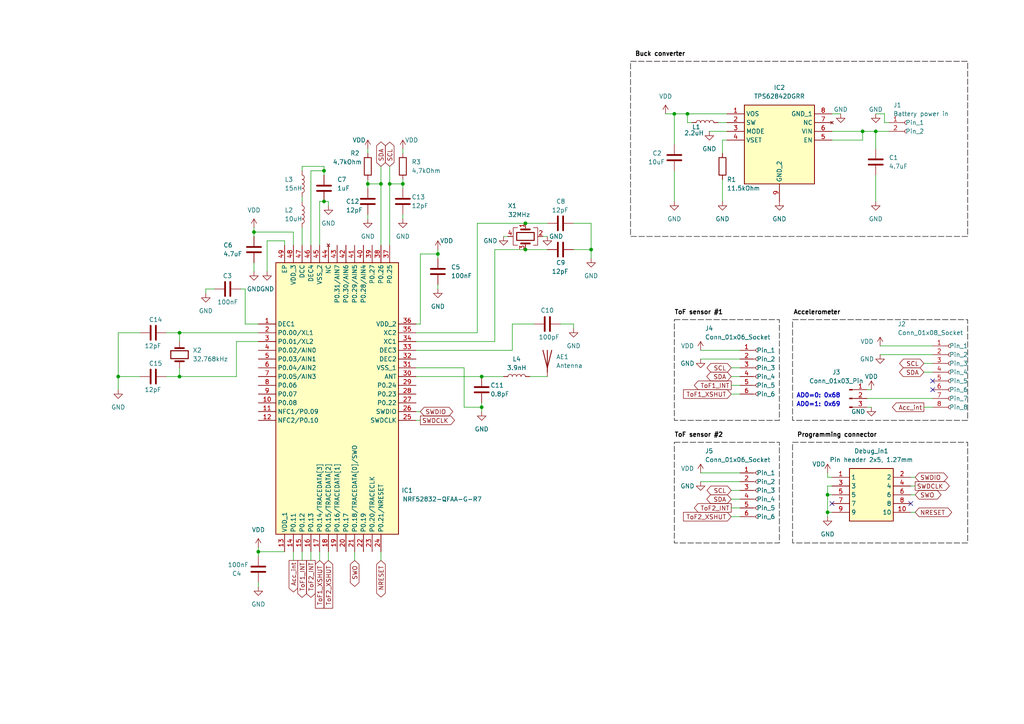
<source format=kicad_sch>
(kicad_sch (version 20230121) (generator eeschema)
  (paper "A4")
  (title_block (title "Project IoT Systems: vorkheftruck GemOne") (date "2023-11-02") (rev "v1.0"))
  (lib_symbols
    (symbol "Connector:Conn_01x02_Socket" (pin_names (offset 1.016))
      (property "Reference" "J" (at 0 2.54 0))
      (property "Value" "Conn_01x02_Socket" (at 0 -5.08 0))
      (symbol "Conn_01x02_Socket_1_1"
        (arc (start 0 -2.032) (mid -0.5058 -2.54) (end 0 -3.048) (stroke (width 0.1524)))
        (polyline (pts (xy -1.27 -2.54) (xy -0.508 -2.54)) (stroke (width 0.1524)))
        (polyline (pts (xy -1.27 0) (xy -0.508 0)) (stroke (width 0.1524)))
        (arc (start 0 0.508) (mid -0.5058 0) (end 0 -0.508) (stroke (width 0.1524)))
        (pin passive line (at -5.08 0 0) (length 3.81) (name "Pin_1") (number "1") (alternate "" input line))
        (pin passive line (at -5.08 -2.54 0) (length 3.81) (name "Pin_2") (number "2") (alternate "" input line))
      )
    )
    (symbol "Connector:Conn_01x03_Pin" (pin_names (offset 1.016) hide)
      (property "Reference" "J" (at 0 5.08 0))
      (property "Value" "Conn_01x03_Pin" (at 0 -5.08 0))
      (symbol "Conn_01x03_Pin_1_1"
        (polyline (pts (xy 1.27 -2.54) (xy 0.8636 -2.54)) (stroke (width 0.1524)))
        (polyline (pts (xy 1.27 0) (xy 0.8636 0)) (stroke (width 0.1524)))
        (polyline (pts (xy 1.27 2.54) (xy 0.8636 2.54)) (stroke (width 0.1524)))
        (rectangle (start 0.8636 -2.413) (end 0 -2.667) (stroke (width 0.1524)) (fill (type outline)))
        (rectangle (start 0.8636 0.127) (end 0 -0.127) (stroke (width 0.1524)) (fill (type outline)))
        (rectangle (start 0.8636 2.667) (end 0 2.413) (stroke (width 0.1524)) (fill (type outline)))
        (pin passive line (at 5.08 2.54 180) (length 3.81) (name "Pin_1") (number "1"))
        (pin passive line (at 5.08 0 180) (length 3.81) (name "Pin_2") (number "2"))
        (pin passive line (at 5.08 -2.54 180) (length 3.81) (name "Pin_3") (number "3"))
      )
    )
    (symbol "Connector:Conn_01x06_Socket" (pin_names (offset 1.016))
      (property "Reference" "J" (at 0 7.62 0))
      (property "Value" "Conn_01x06_Socket" (at 0 -10.16 0))
      (symbol "Conn_01x06_Socket_1_1"
        (arc (start 0 -7.112) (mid -0.5058 -7.62) (end 0 -8.128) (stroke (width 0.1524)))
        (arc (start 0 -4.572) (mid -0.5058 -5.08) (end 0 -5.588) (stroke (width 0.1524)))
        (arc (start 0 -2.032) (mid -0.5058 -2.54) (end 0 -3.048) (stroke (width 0.1524)))
        (polyline (pts (xy -1.27 -7.62) (xy -0.508 -7.62)) (stroke (width 0.1524)))
        (polyline (pts (xy -1.27 -5.08) (xy -0.508 -5.08)) (stroke (width 0.1524)))
        (polyline (pts (xy -1.27 -2.54) (xy -0.508 -2.54)) (stroke (width 0.1524)))
        (polyline (pts (xy -1.27 0) (xy -0.508 0)) (stroke (width 0.1524)))
        (polyline (pts (xy -1.27 2.54) (xy -0.508 2.54)) (stroke (width 0.1524)))
        (polyline (pts (xy -1.27 5.08) (xy -0.508 5.08)) (stroke (width 0.1524)))
        (arc (start 0 0.508) (mid -0.5058 0) (end 0 -0.508) (stroke (width 0.1524)))
        (arc (start 0 3.048) (mid -0.5058 2.54) (end 0 2.032) (stroke (width 0.1524)))
        (arc (start 0 5.588) (mid -0.5058 5.08) (end 0 4.572) (stroke (width 0.1524)))
        (pin passive line (at -5.08 5.08 0) (length 3.81) (name "Pin_1") (number "1") (alternate "" input line))
        (pin passive line (at -5.08 2.54 0) (length 3.81) (name "Pin_2") (number "2") (alternate "" input line))
        (pin passive line (at -5.08 0 0) (length 3.81) (name "Pin_3") (number "3") (alternate "" input line))
        (pin passive line (at -5.08 -2.54 0) (length 3.81) (name "Pin_4") (number "4") (alternate "" input line))
        (pin passive line (at -5.08 -5.08 0) (length 3.81) (name "Pin_5") (number "5") (alternate "" input line))
        (pin passive line (at -5.08 -7.62 0) (length 3.81) (name "Pin_6") (number "6") (alternate "" input line))
      )
    )
    (symbol "Connector:Conn_01x08_Socket" (pin_names (offset 1.016))
      (property "Reference" "J" (at 0 10.16 0))
      (property "Value" "Conn_01x08_Socket" (at 0 -12.7 0))
      (symbol "Conn_01x08_Socket_1_1"
        (arc (start 0 -9.652) (mid -0.5058 -10.16) (end 0 -10.668) (stroke (width 0.1524)))
        (arc (start 0 -7.112) (mid -0.5058 -7.62) (end 0 -8.128) (stroke (width 0.1524)))
        (arc (start 0 -4.572) (mid -0.5058 -5.08) (end 0 -5.588) (stroke (width 0.1524)))
        (arc (start 0 -2.032) (mid -0.5058 -2.54) (end 0 -3.048) (stroke (width 0.1524)))
        (polyline (pts (xy -1.27 -10.16) (xy -0.508 -10.16)) (stroke (width 0.1524)))
        (polyline (pts (xy -1.27 -7.62) (xy -0.508 -7.62)) (stroke (width 0.1524)))
        (polyline (pts (xy -1.27 -5.08) (xy -0.508 -5.08)) (stroke (width 0.1524)))
        (polyline (pts (xy -1.27 -2.54) (xy -0.508 -2.54)) (stroke (width 0.1524)))
        (polyline (pts (xy -1.27 0) (xy -0.508 0)) (stroke (width 0.1524)))
        (polyline (pts (xy -1.27 2.54) (xy -0.508 2.54)) (stroke (width 0.1524)))
        (polyline (pts (xy -1.27 5.08) (xy -0.508 5.08)) (stroke (width 0.1524)))
        (polyline (pts (xy -1.27 7.62) (xy -0.508 7.62)) (stroke (width 0.1524)))
        (arc (start 0 0.508) (mid -0.5058 0) (end 0 -0.508) (stroke (width 0.1524)))
        (arc (start 0 3.048) (mid -0.5058 2.54) (end 0 2.032) (stroke (width 0.1524)))
        (arc (start 0 5.588) (mid -0.5058 5.08) (end 0 4.572) (stroke (width 0.1524)))
        (arc (start 0 8.128) (mid -0.5058 7.62) (end 0 7.112) (stroke (width 0.1524)))
        (pin passive line (at -5.08 7.62 0) (length 3.81) (name "Pin_1") (number "1") (alternate "" input line))
        (pin passive line (at -5.08 5.08 0) (length 3.81) (name "Pin_2") (number "2") (alternate "" input line))
        (pin passive line (at -5.08 2.54 0) (length 3.81) (name "Pin_3") (number "3") (alternate "" input line))
        (pin passive line (at -5.08 0 0) (length 3.81) (name "Pin_4") (number "4") (alternate "" input line))
        (pin passive line (at -5.08 -2.54 0) (length 3.81) (name "Pin_5") (number "5") (alternate "" input line))
        (pin passive line (at -5.08 -5.08 0) (length 3.81) (name "Pin_6") (number "6") (alternate "" input line))
        (pin passive line (at -5.08 -7.62 0) (length 3.81) (name "Pin_7") (number "7") (alternate "" input line))
        (pin passive line (at -5.08 -10.16 0) (length 3.81) (name "Pin_8") (number "8") (alternate "" input line))
      )
    )
    (symbol "Device:Antenna" (pin_numbers hide) (pin_names (offset 1.016) hide)
      (property "Reference" "AE" (at -1.905 1.905 0))
      (property "Value" "Antenna" (at -1.905 0 0))
      (symbol "Antenna_0_1"
        (polyline (pts (xy 0 2.54) (xy 0 -3.81)) (stroke (width 0.254)))
        (polyline (pts (xy 1.27 2.54) (xy 0 -2.54) (xy -1.27 2.54)) (stroke (width 0.254)))
      )
      (symbol "Antenna_1_1"
        (pin input line (at 0 -5.08 90) (length 2.54) (name "A") (number "1"))
      )
    )
    (symbol "Device:C" (pin_numbers hide) (pin_names (offset 0.254))
      (property "Reference" "C" (at 0.635 2.54 0))
      (property "Value" "C" (at 0.635 -2.54 0))
      (symbol "C_0_1"
        (polyline (pts (xy -2.032 -0.762) (xy 2.032 -0.762)) (stroke (width 0.508)))
        (polyline (pts (xy -2.032 0.762) (xy 2.032 0.762)) (stroke (width 0.508)))
      )
      (symbol "C_1_1"
        (pin passive line (at 0 3.81 270) (length 2.794) (name "~") (number "1"))
        (pin passive line (at 0 -3.81 90) (length 2.794) (name "~") (number "2"))
      )
    )
    (symbol "Device:Crystal" (pin_numbers hide) (pin_names (offset 1.016) hide)
      (property "Reference" "Y" (at 0 3.81 0))
      (property "Value" "Crystal" (at 0 -3.81 0))
      (symbol "Crystal_0_1"
        (rectangle (start -1.143 2.54) (end 1.143 -2.54) (stroke (width 0.3048)))
        (polyline (pts (xy -2.54 0) (xy -1.905 0)))
        (polyline (pts (xy -1.905 -1.27) (xy -1.905 1.27)) (stroke (width 0.508)))
        (polyline (pts (xy 1.905 -1.27) (xy 1.905 1.27)) (stroke (width 0.508)))
        (polyline (pts (xy 2.54 0) (xy 1.905 0)))
      )
      (symbol "Crystal_1_1"
        (pin passive line (at -3.81 0 0) (length 1.27) (name "1") (number "1"))
        (pin passive line (at 3.81 0 180) (length 1.27) (name "2") (number "2"))
      )
    )
    (symbol "Device:Crystal_GND24" (pin_names (offset 1.016) hide)
      (property "Reference" "Y" (at 3.175 5.08 0))
      (property "Value" "Crystal_GND24" (at 3.175 3.175 0))
      (symbol "Crystal_GND24_0_1"
        (rectangle (start -1.143 2.54) (end 1.143 -2.54) (stroke (width 0.3048)))
        (polyline (pts (xy -2.54 0) (xy -2.032 0)))
        (polyline (pts (xy -2.032 -1.27) (xy -2.032 1.27)) (stroke (width 0.508)))
        (polyline (pts (xy 0 -3.81) (xy 0 -3.556)))
        (polyline (pts (xy 0 3.556) (xy 0 3.81)))
        (polyline (pts (xy 2.032 -1.27) (xy 2.032 1.27)) (stroke (width 0.508)))
        (polyline (pts (xy 2.032 0) (xy 2.54 0)))
        (polyline (pts (xy -2.54 -2.286) (xy -2.54 -3.556) (xy 2.54 -3.556) (xy 2.54 -2.286)))
        (polyline (pts (xy -2.54 2.286) (xy -2.54 3.556) (xy 2.54 3.556) (xy 2.54 2.286)))
      )
      (symbol "Crystal_GND24_1_1"
        (pin passive line (at -3.81 0 0) (length 1.27) (name "1") (number "1"))
        (pin passive line (at 0 5.08 270) (length 1.27) (name "2") (number "2"))
        (pin passive line (at 3.81 0 180) (length 1.27) (name "3") (number "3"))
        (pin passive line (at 0 -5.08 90) (length 1.27) (name "4") (number "4"))
      )
    )
    (symbol "Device:L" (pin_numbers hide) (pin_names (offset 1.016) hide)
      (property "Reference" "L" (at -1.27 0 90))
      (property "Value" "L" (at 1.905 0 90))
      (symbol "L_0_1"
        (arc (start 0 -2.54) (mid 0.6323 -1.905) (end 0 -1.27))
        (arc (start 0 -1.27) (mid 0.6323 -0.635) (end 0 0))
        (arc (start 0 0) (mid 0.6323 0.635) (end 0 1.27))
        (arc (start 0 1.27) (mid 0.6323 1.905) (end 0 2.54))
      )
      (symbol "L_1_1"
        (pin passive line (at 0 3.81 270) (length 1.27) (name "1") (number "1"))
        (pin passive line (at 0 -3.81 90) (length 1.27) (name "2") (number "2"))
      )
    )
    (symbol "Device:R" (pin_numbers hide) (pin_names (offset 0))
      (property "Reference" "R" (at 2.032 0 90))
      (property "Value" "R" (at 0 0 90))
      (symbol "R_0_1"
        (rectangle (start -1.016 -2.54) (end 1.016 2.54) (stroke (width 0.254)))
      )
      (symbol "R_1_1"
        (pin passive line (at 0 3.81 270) (length 1.27) (name "~") (number "1"))
        (pin passive line (at 0 -3.81 90) (length 1.27) (name "~") (number "2"))
      )
    )
    (symbol "FTSH-105-01-L-DV-K:FTSH-105-01-L-DV-K"
      (property "Reference" "J" (at 19.05 7.62 0))
      (property "Value" "FTSH-105-01-L-DV-K" (at 19.05 5.08 0))
      (symbol "FTSH-105-01-L-DV-K_1_1"
        (rectangle (start 5.08 2.54) (end 17.78 -12.7) (stroke (width 0.254)) (fill (type background)))
        (pin passive line (at 0 0 0) (length 5.08) (name "1") (number "1"))
        (pin passive line (at 22.86 -10.16 180) (length 5.08) (name "10") (number "10"))
        (pin passive line (at 22.86 0 180) (length 5.08) (name "2") (number "2"))
        (pin passive line (at 0 -2.54 0) (length 5.08) (name "3") (number "3"))
        (pin passive line (at 22.86 -2.54 180) (length 5.08) (name "4") (number "4"))
        (pin passive line (at 0 -5.08 0) (length 5.08) (name "5") (number "5"))
        (pin passive line (at 22.86 -5.08 180) (length 5.08) (name "6") (number "6"))
        (pin passive line (at 0 -7.62 0) (length 5.08) (name "7") (number "7"))
        (pin passive line (at 22.86 -7.62 180) (length 5.08) (name "8") (number "8"))
        (pin passive line (at 0 -10.16 0) (length 5.08) (name "9") (number "9"))
      )
    )
    (symbol "NRF52832-QFAA-G-R7:NRF52832-QFAA-G-R7"
      (property "Reference" "IC" (at 41.91 22.86 0))
      (property "Value" "NRF52832-QFAA-G-R7" (at 41.91 20.32 0))
      (symbol "NRF52832-QFAA-G-R7_1_1"
        (rectangle (start 5.08 17.78) (end 40.64 -60.96) (stroke (width 0.254)) (fill (type background)))
        (pin passive line (at 0 0 0) (length 5.08) (name "DEC1") (number "1"))
        (pin passive line (at 0 -22.86 0) (length 5.08) (name "P0.08") (number "10"))
        (pin passive line (at 0 -25.4 0) (length 5.08) (name "NFC1/P0.09") (number "11"))
        (pin passive line (at 0 -27.94 0) (length 5.08) (name "NFC2/P0.10") (number "12"))
        (pin passive line (at 7.62 -66.04 90) (length 5.08) (name "VDD_1") (number "13"))
        (pin passive line (at 10.16 -66.04 90) (length 5.08) (name "P0.11") (number "14"))
        (pin passive line (at 12.7 -66.04 90) (length 5.08) (name "P0.12") (number "15"))
        (pin passive line (at 15.24 -66.04 90) (length 5.08) (name "P0.13") (number "16"))
        (pin passive line (at 17.78 -66.04 90) (length 5.08) (name "P0.14/TRACEDATA[3]") (number "17"))
        (pin passive line (at 20.32 -66.04 90) (length 5.08) (name "P0.15/TRACEDATA[2]") (number "18"))
        (pin passive line (at 22.86 -66.04 90) (length 5.08) (name "P0.16/TRACEDATA[1]") (number "19"))
        (pin passive line (at 0 -2.54 0) (length 5.08) (name "P0.00/XL1") (number "2"))
        (pin passive line (at 25.4 -66.04 90) (length 5.08) (name "P0.17") (number "20"))
        (pin passive line (at 27.94 -66.04 90) (length 5.08) (name "P0.18/TRACEDATA[0]/SWO") (number "21"))
        (pin passive line (at 30.48 -66.04 90) (length 5.08) (name "P0.19") (number "22"))
        (pin passive line (at 33.02 -66.04 90) (length 5.08) (name "P0.20/TRACECLK") (number "23"))
        (pin passive line (at 35.56 -66.04 90) (length 5.08) (name "P0.21/NRESET") (number "24"))
        (pin passive line (at 45.72 -27.94 180) (length 5.08) (name "SWDCLK") (number "25"))
        (pin passive line (at 45.72 -25.4 180) (length 5.08) (name "SWDIO") (number "26"))
        (pin passive line (at 45.72 -22.86 180) (length 5.08) (name "P0.22") (number "27"))
        (pin passive line (at 45.72 -20.32 180) (length 5.08) (name "P0.23") (number "28"))
        (pin passive line (at 45.72 -17.78 180) (length 5.08) (name "P0.24") (number "29"))
        (pin passive line (at 0 -5.08 0) (length 5.08) (name "P0.01/XL2") (number "3"))
        (pin passive line (at 45.72 -15.24 180) (length 5.08) (name "ANT") (number "30"))
        (pin passive line (at 45.72 -12.7 180) (length 5.08) (name "VSS_1") (number "31"))
        (pin passive line (at 45.72 -10.16 180) (length 5.08) (name "DEC2") (number "32"))
        (pin passive line (at 45.72 -7.62 180) (length 5.08) (name "DEC3") (number "33"))
        (pin passive line (at 45.72 -5.08 180) (length 5.08) (name "XC1") (number "34"))
        (pin passive line (at 45.72 -2.54 180) (length 5.08) (name "XC2") (number "35"))
        (pin passive line (at 45.72 0 180) (length 5.08) (name "VDD_2") (number "36"))
        (pin passive line (at 38.1 22.86 270) (length 5.08) (name "P0.25") (number "37"))
        (pin passive line (at 35.56 22.86 270) (length 5.08) (name "P0.26") (number "38"))
        (pin passive line (at 33.02 22.86 270) (length 5.08) (name "P0.27") (number "39"))
        (pin passive line (at 0 -7.62 0) (length 5.08) (name "P0.02/AIN0") (number "4"))
        (pin passive line (at 30.48 22.86 270) (length 5.08) (name "P0.28/AIN4") (number "40"))
        (pin passive line (at 27.94 22.86 270) (length 5.08) (name "P0.29/AIN5") (number "41"))
        (pin passive line (at 25.4 22.86 270) (length 5.08) (name "P0.30/AIN6") (number "42"))
        (pin passive line (at 22.86 22.86 270) (length 5.08) (name "P0.31/AIN7") (number "43"))
        (pin no_connect line (at 20.32 22.86 270) (length 5.08) (name "NC") (number "44"))
        (pin passive line (at 17.78 22.86 270) (length 5.08) (name "VSS_2") (number "45"))
        (pin passive line (at 15.24 22.86 270) (length 5.08) (name "DEC4") (number "46"))
        (pin passive line (at 12.7 22.86 270) (length 5.08) (name "DCC") (number "47"))
        (pin passive line (at 10.16 22.86 270) (length 5.08) (name "VDD_3") (number "48"))
        (pin passive line (at 7.62 22.86 270) (length 5.08) (name "EP") (number "49"))
        (pin passive line (at 0 -10.16 0) (length 5.08) (name "P0.03/AIN1") (number "5"))
        (pin passive line (at 0 -12.7 0) (length 5.08) (name "P0.04/AIN2") (number "6"))
        (pin passive line (at 0 -15.24 0) (length 5.08) (name "P0.05/AIN3") (number "7"))
        (pin passive line (at 0 -17.78 0) (length 5.08) (name "P0.06") (number "8"))
        (pin passive line (at 0 -20.32 0) (length 5.08) (name "P0.07") (number "9"))
      )
    )
    (symbol "TPS62842DGRR:TPS62842DGRR"
      (property "Reference" "IC" (at 26.67 7.62 0))
      (property "Value" "TPS62842DGRR" (at 26.67 5.08 0))
      (symbol "TPS62842DGRR_1_1"
        (rectangle (start 5.08 2.54) (end 25.4 -20.32) (stroke (width 0.254)) (fill (type background)))
        (pin passive line (at 0 0 0) (length 5.08) (name "VOS") (number "1"))
        (pin passive line (at 0 -2.54 0) (length 5.08) (name "SW") (number "2"))
        (pin passive line (at 0 -5.08 0) (length 5.08) (name "MODE") (number "3"))
        (pin passive line (at 0 -7.62 0) (length 5.08) (name "VSET") (number "4"))
        (pin passive line (at 30.48 -7.62 180) (length 5.08) (name "EN") (number "5"))
        (pin passive line (at 30.48 -5.08 180) (length 5.08) (name "VIN") (number "6"))
        (pin no_connect line (at 30.48 -2.54 180) (length 5.08) (name "NC") (number "7"))
        (pin passive line (at 30.48 0 180) (length 5.08) (name "GND_1") (number "8"))
        (pin passive line (at 15.24 -25.4 90) (length 5.08) (name "GND_2") (number "9"))
      )
    )
    (symbol "power:GND" (power) (pin_names (offset 0))
      (property "Value" "GND" (at 0 -3.81 0))
      (symbol "GND_0_1"
        (polyline (pts (xy 0 0) (xy 0 -1.27) (xy 1.27 -1.27) (xy 0 -2.54) (xy -1.27 -1.27) (xy 0 -1.27)))
      )
      (symbol "GND_1_1"
        (pin power_in line (at 0 0 270) (length 0) hide (name "GND") (number "1"))
      )
    )
    (symbol "power:VDD" (power) (pin_names (offset 0))
      (property "Value" "VDD" (at 0 3.81 0))
      (symbol "VDD_0_1"
        (polyline (pts (xy -0.762 1.27) (xy 0 2.54)))
        (polyline (pts (xy 0 0) (xy 0 2.54)))
        (polyline (pts (xy 0 2.54) (xy 0.762 1.27)))
      )
      (symbol "VDD_1_1"
        (pin power_in line (at 0 0 90) (length 0) hide (name "VDD") (number "1"))
      )
    )
  )
  (junction (at 250.19 38.1))
  (junction (at 171.45 72.39))
  (junction (at 152.4 64.77))
  (junction (at 152.4 72.39))
  (junction (at 116.84 53.34))
  (junction (at 127 73.66))
  (junction (at 254 38.1))
  (junction (at 34.29 109.22))
  (junction (at 139.7 109.22))
  (junction (at 93.98 58.42))
  (junction (at 240.03 143.51))
  (junction (at 199.39 33.02))
  (junction (at 106.68 53.34))
  (junction (at 110.49 53.34))
  (junction (at 73.66 67.31))
  (junction (at 52.07 109.22))
  (junction (at 195.58 33.02))
  (junction (at 240.03 148.59))
  (junction (at 74.93 160.02))
  (junction (at 52.07 96.52))
  (junction (at 93.98 49.53))
  (junction (at 139.7 118.11))
  (junction (at 113.03 53.34))
  (no_connect (at 264.16 146.05))
  (no_connect (at 241.3 146.05))
  (no_connect (at 270.51 110.49))
  (no_connect (at 270.51 113.03))
  (wire (pts (xy 71.12 83.82) (xy 69.85 83.82)))
  (wire (pts (xy 74.93 160.02) (xy 74.93 161.29)))
  (wire (pts (xy 250.19 40.64) (xy 250.19 38.1)))
  (wire (pts (xy 240.03 143.51) (xy 240.03 148.59)))
  (wire (pts (xy 251.46 115.57) (xy 270.51 115.57)))
  (wire (pts (xy 52.07 109.22) (xy 68.58 109.22)))
  (wire (pts (xy 127 72.39) (xy 127 73.66)))
  (wire (pts (xy 127 73.66) (xy 127 74.93)))
  (wire (pts (xy 116.84 53.34) (xy 116.84 54.61)))
  (wire (pts (xy 95.25 59.69) (xy 95.25 58.42)))
  (wire (pts (xy 40.64 96.52) (xy 34.29 96.52)))
  (wire (pts (xy 120.65 109.22) (xy 139.7 109.22)))
  (wire (pts (xy 143.51 72.39) (xy 152.4 72.39)))
  (wire (pts (xy 203.2 137.16) (xy 214.63 137.16)))
  (wire (pts (xy 209.55 52.07) (xy 209.55 58.42)))
  (wire (pts (xy 120.65 96.52) (xy 138.43 96.52)))
  (wire (pts (xy 48.26 96.52) (xy 52.07 96.52)))
  (wire (pts (xy 120.65 106.68) (xy 134.62 106.68)))
  (wire (pts (xy 138.43 64.77) (xy 138.43 96.52)))
  (wire (pts (xy 256.54 35.56) (xy 257.81 35.56)))
  (wire (pts (xy 199.39 33.02) (xy 210.82 33.02)))
  (wire (pts (xy 195.58 49.53) (xy 195.58 58.42)))
  (wire (pts (xy 68.58 99.06) (xy 74.93 99.06)))
  (wire (pts (xy 166.37 64.77) (xy 171.45 64.77)))
  (wire (pts (xy 74.93 168.91) (xy 74.93 170.18)))
  (wire (pts (xy 139.7 116.84) (xy 139.7 118.11)))
  (wire (pts (xy 92.71 160.02) (xy 92.71 162.56)))
  (wire (pts (xy 210.82 40.64) (xy 209.55 40.64)))
  (wire (pts (xy 34.29 109.22) (xy 34.29 113.03)))
  (wire (pts (xy 255.27 100.33) (xy 270.51 100.33)))
  (wire (pts (xy 195.58 33.02) (xy 199.39 33.02)))
  (wire (pts (xy 241.3 38.1) (xy 250.19 38.1)))
  (wire (pts (xy 256.54 33.02) (xy 256.54 35.56)))
  (wire (pts (xy 74.93 158.75) (xy 74.93 160.02)))
  (wire (pts (xy 208.28 35.56) (xy 210.82 35.56)))
  (wire (pts (xy 134.62 106.68) (xy 134.62 118.11)))
  (wire (pts (xy 264.16 143.51) (xy 265.43 143.51)))
  (wire (pts (xy 212.09 106.68) (xy 214.63 106.68)))
  (wire (pts (xy 106.68 53.34) (xy 106.68 54.61)))
  (wire (pts (xy 95.25 160.02) (xy 95.25 162.56)))
  (wire (pts (xy 121.92 93.98) (xy 121.92 73.66)))
  (wire (pts (xy 77.47 78.74) (xy 77.47 69.85)))
  (wire (pts (xy 212.09 144.78) (xy 214.63 144.78)))
  (wire (pts (xy 92.71 71.12) (xy 92.71 58.42)))
  (wire (pts (xy 203.2 101.6) (xy 214.63 101.6)))
  (wire (pts (xy 85.09 67.31) (xy 85.09 71.12)))
  (wire (pts (xy 127 82.55) (xy 127 83.82)))
  (wire (pts (xy 90.17 49.53) (xy 93.98 49.53)))
  (wire (pts (xy 240.03 149.86) (xy 240.03 148.59)))
  (wire (pts (xy 162.56 93.98) (xy 166.37 93.98)))
  (wire (pts (xy 138.43 64.77) (xy 152.4 64.77)))
  (wire (pts (xy 199.39 35.56) (xy 199.39 33.02)))
  (wire (pts (xy 264.16 148.59) (xy 265.43 148.59)))
  (wire (pts (xy 87.63 57.15) (xy 87.63 58.42)))
  (wire (pts (xy 254 33.02) (xy 256.54 33.02)))
  (wire (pts (xy 146.05 68.58) (xy 147.32 68.58)))
  (wire (pts (xy 116.84 52.07) (xy 116.84 53.34)))
  (wire (pts (xy 257.81 38.1) (xy 254 38.1)))
  (wire (pts (xy 74.93 160.02) (xy 82.55 160.02)))
  (wire (pts (xy 250.19 38.1) (xy 254 38.1)))
  (wire (pts (xy 166.37 93.98) (xy 166.37 95.25)))
  (wire (pts (xy 240.03 143.51) (xy 241.3 143.51)))
  (wire (pts (xy 110.49 160.02) (xy 110.49 162.56)))
  (wire (pts (xy 120.65 93.98) (xy 121.92 93.98)))
  (wire (pts (xy 241.3 40.64) (xy 250.19 40.64)))
  (wire (pts (xy 166.37 72.39) (xy 171.45 72.39)))
  (wire (pts (xy 87.63 66.04) (xy 87.63 71.12)))
  (wire (pts (xy 90.17 71.12) (xy 90.17 49.53)))
  (wire (pts (xy 157.48 68.58) (xy 158.75 68.58)))
  (wire (pts (xy 212.09 142.24) (xy 214.63 142.24)))
  (wire (pts (xy 90.17 160.02) (xy 90.17 162.56)))
  (wire (pts (xy 120.65 99.06) (xy 143.51 99.06)))
  (wire (pts (xy 82.55 69.85) (xy 82.55 71.12)))
  (wire (pts (xy 171.45 72.39) (xy 171.45 74.93)))
  (wire (pts (xy 212.09 109.22) (xy 214.63 109.22)))
  (wire (pts (xy 193.04 33.02) (xy 195.58 33.02)))
  (wire (pts (xy 120.65 119.38) (xy 121.92 119.38)))
  (wire (pts (xy 92.71 58.42) (xy 93.98 58.42)))
  (wire (pts (xy 102.87 160.02) (xy 102.87 162.56)))
  (wire (pts (xy 52.07 96.52) (xy 74.93 96.52)))
  (wire (pts (xy 87.63 160.02) (xy 87.63 162.56)))
  (wire (pts (xy 264.16 140.97) (xy 265.43 140.97)))
  (wire (pts (xy 106.68 53.34) (xy 110.49 53.34)))
  (wire (pts (xy 209.55 40.64) (xy 209.55 44.45)))
  (wire (pts (xy 95.25 58.42) (xy 93.98 58.42)))
  (wire (pts (xy 120.65 101.6) (xy 148.59 101.6)))
  (wire (pts (xy 240.03 148.59) (xy 241.3 148.59)))
  (wire (pts (xy 73.66 67.31) (xy 73.66 68.58)))
  (wire (pts (xy 152.4 72.39) (xy 158.75 72.39)))
  (wire (pts (xy 106.68 52.07) (xy 106.68 53.34)))
  (wire (pts (xy 74.93 93.98) (xy 71.12 93.98)))
  (wire (pts (xy 203.2 139.7) (xy 214.63 139.7)))
  (wire (pts (xy 212.09 111.76) (xy 214.63 111.76)))
  (wire (pts (xy 116.84 62.23) (xy 116.84 63.5)))
  (wire (pts (xy 110.49 48.26) (xy 110.49 53.34)))
  (wire (pts (xy 48.26 109.22) (xy 52.07 109.22)))
  (wire (pts (xy 106.68 43.18) (xy 106.68 44.45)))
  (wire (pts (xy 68.58 109.22) (xy 68.58 99.06)))
  (wire (pts (xy 87.63 49.53) (xy 87.63 48.26)))
  (wire (pts (xy 77.47 69.85) (xy 82.55 69.85)))
  (wire (pts (xy 241.3 33.02) (xy 243.84 33.02)))
  (wire (pts (xy 267.97 118.11) (xy 270.51 118.11)))
  (wire (pts (xy 267.97 107.95) (xy 270.51 107.95)))
  (wire (pts (xy 73.66 76.2) (xy 73.66 78.74)))
  (wire (pts (xy 212.09 114.3) (xy 214.63 114.3)))
  (wire (pts (xy 152.4 64.77) (xy 158.75 64.77)))
  (wire (pts (xy 212.09 149.86) (xy 214.63 149.86)))
  (wire (pts (xy 120.65 121.92) (xy 121.92 121.92)))
  (wire (pts (xy 251.46 113.03) (xy 252.73 113.03)))
  (wire (pts (xy 85.09 160.02) (xy 85.09 162.56)))
  (wire (pts (xy 34.29 96.52) (xy 34.29 109.22)))
  (wire (pts (xy 255.27 102.87) (xy 270.51 102.87)))
  (wire (pts (xy 34.29 109.22) (xy 40.64 109.22)))
  (wire (pts (xy 241.3 140.97) (xy 240.03 140.97)))
  (wire (pts (xy 113.03 48.26) (xy 113.03 53.34)))
  (wire (pts (xy 212.09 147.32) (xy 214.63 147.32)))
  (wire (pts (xy 73.66 67.31) (xy 85.09 67.31)))
  (wire (pts (xy 116.84 43.18) (xy 116.84 44.45)))
  (wire (pts (xy 59.69 83.82) (xy 62.23 83.82)))
  (wire (pts (xy 139.7 118.11) (xy 139.7 119.38)))
  (wire (pts (xy 93.98 48.26) (xy 93.98 49.53)))
  (wire (pts (xy 87.63 48.26) (xy 93.98 48.26)))
  (wire (pts (xy 148.59 101.6) (xy 148.59 93.98)))
  (wire (pts (xy 251.46 118.11) (xy 252.73 118.11)))
  (wire (pts (xy 267.97 105.41) (xy 270.51 105.41)))
  (wire (pts (xy 240.03 140.97) (xy 240.03 143.51)))
  (wire (pts (xy 110.49 53.34) (xy 110.49 71.12)))
  (wire (pts (xy 205.74 38.1) (xy 210.82 38.1)))
  (wire (pts (xy 143.51 72.39) (xy 143.51 99.06)))
  (wire (pts (xy 73.66 66.04) (xy 73.66 67.31)))
  (wire (pts (xy 106.68 62.23) (xy 106.68 63.5)))
  (wire (pts (xy 139.7 109.22) (xy 146.05 109.22)))
  (wire (pts (xy 195.58 41.91) (xy 195.58 33.02)))
  (wire (pts (xy 240.03 137.16) (xy 240.03 138.43)))
  (wire (pts (xy 52.07 96.52) (xy 52.07 99.06)))
  (wire (pts (xy 52.07 106.68) (xy 52.07 109.22)))
  (wire (pts (xy 59.69 85.09) (xy 59.69 83.82)))
  (wire (pts (xy 254 38.1) (xy 254 43.18)))
  (wire (pts (xy 200.66 35.56) (xy 199.39 35.56)))
  (wire (pts (xy 264.16 138.43) (xy 265.43 138.43)))
  (wire (pts (xy 240.03 138.43) (xy 241.3 138.43)))
  (wire (pts (xy 171.45 64.77) (xy 171.45 72.39)))
  (wire (pts (xy 121.92 73.66) (xy 127 73.66)))
  (wire (pts (xy 134.62 118.11) (xy 139.7 118.11)))
  (wire (pts (xy 203.2 104.14) (xy 214.63 104.14)))
  (wire (pts (xy 148.59 93.98) (xy 154.94 93.98)))
  (wire (pts (xy 71.12 93.98) (xy 71.12 83.82)))
  (wire (pts (xy 113.03 53.34) (xy 116.84 53.34)))
  (wire (pts (xy 113.03 53.34) (xy 113.03 71.12)))
  (wire (pts (xy 153.67 109.22) (xy 158.75 109.22)))
  (wire (pts (xy 93.98 49.53) (xy 93.98 50.8)))
  (wire (pts (xy 254 50.8) (xy 254 58.42)))
  (rectangle (start 229.87 92.71) (end 280.67 121.92) (stroke (width 0) (type dash) (color 0 0 0 1)))
  (rectangle (start 229.87 128.27) (end 280.67 157.48) (stroke (width 0) (type dash) (color 0 0 0 1)))
  (rectangle (start 182.88 17.78) (end 280.67 68.58) (stroke (width 0) (type dash) (color 16 0 0 1)))
  (rectangle (start 195.58 92.71) (end 226.06 121.92) (stroke (width 0) (type dash) (color 0 0 0 1)))
  (rectangle (start 195.58 128.27) (end 226.06 157.48) (stroke (width 0) (type dash) (color 0 0 0 1)))
  (text "Programming connector" (at 231.14 127 0) (effects (font (size 1.27 1.27) bold) (justify left bottom)))
  (text "ToF sensor #2" (at 195.58 127 0) (effects (font (size 1.27 1.27) (thickness 0.254) bold) (justify left bottom)))
  (text "AD0=0: 0x68" (at 243.84 115.57 0) (effects (font (size 1.27 1.27) bold) (justify right bottom)))
  (text "Buck converter" (at 184.15 16.51 0) (effects (font (size 1.27 1.27) (thickness 0.254) bold) (justify left bottom)))
  (text "AD0=1: 0x69" (at 243.84 118.11 0) (effects (font (size 1.27 1.27) bold) (justify right bottom)))
  (text "ToF sensor #1" (at 195.58 91.44 0) (effects (font (size 1.27 1.27) (thickness 0.254) bold) (justify left bottom)))
  (text "Accelerometer" (at 243.84 91.44 0) (effects (font (size 1.27 1.27) bold) (justify right bottom)))
  (global_label "SDA" (shape bidirectional) (at 267.97 107.95 180) (property "Intersheetrefs" "${INTERSHEET_REFS}" (effects hide)))
  (global_label "ToF2_XSHUT" (shape input) (at 95.25 162.56 270) (property "Intersheetrefs" "${INTERSHEET_REFS}" (effects hide)))
  (global_label "ToF1_XSHUT" (shape input) (at 212.09 114.3 180) (property "Intersheetrefs" "${INTERSHEET_REFS}" (effects hide)))
  (global_label "SCL" (shape bidirectional) (at 113.03 48.26 90) (property "Intersheetrefs" "${INTERSHEET_REFS}" (effects hide)))
  (global_label "NRESET" (shape bidirectional) (at 265.43 148.59 0) (property "Intersheetrefs" "${INTERSHEET_REFS}" (effects hide)))
  (global_label "SDA" (shape bidirectional) (at 110.49 48.26 90) (property "Intersheetrefs" "${INTERSHEET_REFS}" (effects hide)))
  (global_label "SCL" (shape bidirectional) (at 267.97 105.41 180) (property "Intersheetrefs" "${INTERSHEET_REFS}" (effects hide)))
  (global_label "SCL" (shape bidirectional) (at 212.09 142.24 180) (property "Intersheetrefs" "${INTERSHEET_REFS}" (effects hide)))
  (global_label "ToF2_XSHUT" (shape input) (at 212.09 149.86 180) (property "Intersheetrefs" "${INTERSHEET_REFS}" (effects hide)))
  (global_label "Acc_int" (shape output) (at 85.09 162.56 270) (property "Intersheetrefs" "${INTERSHEET_REFS}" (effects hide)))
  (global_label "ToF2_INT" (shape output) (at 90.17 162.56 270) (property "Intersheetrefs" "${INTERSHEET_REFS}" (effects hide)))
  (global_label "SWO" (shape bidirectional) (at 265.43 143.51 0) (property "Intersheetrefs" "${INTERSHEET_REFS}" (effects hide)))
  (global_label "SWDIO" (shape bidirectional) (at 121.92 119.38 0) (property "Intersheetrefs" "${INTERSHEET_REFS}" (effects hide)))
  (global_label "NRESET" (shape bidirectional) (at 110.49 162.56 270) (property "Intersheetrefs" "${INTERSHEET_REFS}" (effects hide)))
  (global_label "Acc_int" (shape output) (at 267.97 118.11 180) (property "Intersheetrefs" "${INTERSHEET_REFS}" (effects hide)))
  (global_label "ToF1_XSHUT" (shape input) (at 92.71 162.56 270) (property "Intersheetrefs" "${INTERSHEET_REFS}" (effects hide)))
  (global_label "ToF1_INT" (shape output) (at 87.63 162.56 270) (property "Intersheetrefs" "${INTERSHEET_REFS}" (effects hide)))
  (global_label "ToF2_INT" (shape output) (at 212.09 147.32 180) (property "Intersheetrefs" "${INTERSHEET_REFS}" (effects hide)))
  (global_label "SDA" (shape bidirectional) (at 212.09 109.22 180) (property "Intersheetrefs" "${INTERSHEET_REFS}" (effects hide)))
  (global_label "SWO" (shape bidirectional) (at 102.87 162.56 270) (property "Intersheetrefs" "${INTERSHEET_REFS}" (effects hide)))
  (global_label "ToF1_INT" (shape output) (at 212.09 111.76 180) (property "Intersheetrefs" "${INTERSHEET_REFS}" (effects hide)))
  (global_label "SCL" (shape bidirectional) (at 212.09 106.68 180) (property "Intersheetrefs" "${INTERSHEET_REFS}" (effects hide)))
  (global_label "SWDCLK" (shape output) (at 265.43 140.97 0) (property "Intersheetrefs" "${INTERSHEET_REFS}" (effects hide)))
  (global_label "SDA" (shape bidirectional) (at 212.09 144.78 180) (property "Intersheetrefs" "${INTERSHEET_REFS}" (effects hide)))
  (global_label "SWDCLK" (shape output) (at 121.92 121.92 0) (property "Intersheetrefs" "${INTERSHEET_REFS}" (effects hide)))
  (global_label "SWDIO" (shape bidirectional) (at 265.43 138.43 0) (property "Intersheetrefs" "${INTERSHEET_REFS}" (effects hide)))
  (symbol (lib_id "Device:C") (at 73.66 72.39 0) (unit 1)
    (property "Reference" "C6" (at 64.77 71.12 0) (effects (justify left)))
    (property "Value" "4.7uF" (at 64.77 73.66 0) (effects (justify left)))
    (property "Footprint" "Capacitor_SMD:C_0603_1608Metric" (effects hide))
  )
  (symbol (lib_id "FTSH-105-01-L-DV-K:FTSH-105-01-L-DV-K") (at 241.3 138.43 0) (unit 1)
    (property "Reference" "Debug_in1" (at 252.73 130.81 0))
    (property "Value" "Pin header 2x5, 1.27mm" (at 252.73 133.35 0))
    (property "Footprint" "footprints:FTSH10501LDVK" (effects hide))
    (property "Datasheet" "https://www.arrow.com/en/products/ftsh-105-01-l-dv-k/samtec" (effects hide))
    (property "Height" "6.1" (effects hide))
    (property "Mouser Part Number" "200-FTSH10501LDVK" (effects hide))
    (property "Mouser Price/Stock" "https://www.mouser.co.uk/ProductDetail/Samtec/FTSH-105-01-L-DV-K?qs=%252B5JSS813miOqo3Vy%252BvhCFg%3D%3D" (effects hide))
    (property "Manufacturer_Name" "SAMTEC" (effects hide))
    (property "Manufacturer_Part_Number" "FTSH-105-01-L-DV-K" (effects hide))
  )
  (symbol (lib_id "Device:C") (at 162.56 64.77 270) (unit 1)
    (property "Reference" "C8" (at 161.29 58.42 90) (effects (justify left)))
    (property "Value" "12pF" (at 160.02 60.96 90) (effects (justify left)))
    (property "Footprint" "Capacitor_SMD:C_0603_1608Metric" (effects hide))
  )
  (symbol (lib_id "Device:C") (at 44.45 109.22 270) (unit 1)
    (property "Reference" "C15" (at 43.18 105.41 90) (effects (justify left)))
    (property "Value" "12pF" (at 41.91 113.03 90) (effects (justify left)))
    (property "Footprint" "Capacitor_SMD:C_0603_1608Metric" (effects hide))
  )
  (symbol (lib_id "power:GND") (at 106.68 63.5 0) (unit 1)
    (property "Reference" "#PWR027" (effects hide))
    (property "Value" "GND" (at 106.68 68.58 0))
  )
  (symbol (lib_id "Device:C") (at 162.56 72.39 270) (unit 1)
    (property "Reference" "C9" (at 161.29 76.2 90) (effects (justify left)))
    (property "Value" "12pF" (at 160.02 78.74 90) (effects (justify left)))
    (property "Footprint" "Capacitor_SMD:C_0603_1608Metric" (effects hide))
  )
  (symbol (lib_id "power:GND") (at 255.27 102.87 0) (unit 1)
    (property "Reference" "#PWR011" (effects hide))
    (property "Value" "GND" (at 251.46 104.14 0))
  )
  (symbol (lib_id "Device:C") (at 44.45 96.52 270) (unit 1)
    (property "Reference" "C14" (at 43.18 92.71 90) (effects (justify left)))
    (property "Value" "12pF" (at 41.91 100.33 90) (effects (justify left)))
    (property "Footprint" "Capacitor_SMD:C_0603_1608Metric" (effects hide))
  )
  (symbol (lib_id "power:VDD") (at 106.68 43.18 0) (unit 1)
    (property "Reference" "#PWR029" (effects hide))
    (property "Value" "VDD" (at 104.14 40.64 0))
  )
  (symbol (lib_id "power:GND") (at 254 33.02 0) (unit 1)
    (property "Reference" "#PWR010" (effects hide))
    (property "Value" "GND" (at 254 31.75 0))
  )
  (symbol (lib_id "power:GND") (at 74.93 170.18 0) (unit 1)
    (property "Reference" "#PWR016" (effects hide))
    (property "Value" "GND" (at 74.93 175.26 0))
  )
  (symbol (lib_id "Device:R") (at 116.84 48.26 0) (unit 1)
    (property "Reference" "R3" (at 119.38 46.99 0) (effects (justify left)))
    (property "Value" "4,7kOhm" (at 119.38 49.53 0) (effects (justify left)))
    (property "Footprint" "Resistor_SMD:R_0603_1608Metric" (effects hide))
  )
  (symbol (lib_id "Device:C") (at 116.84 58.42 0) (unit 1)
    (property "Reference" "C13" (at 119.38 57.15 0) (effects (justify left)))
    (property "Value" "12pF" (at 119.38 59.69 0) (effects (justify left)))
    (property "Footprint" "Capacitor_SMD:C_0603_1608Metric" (effects hide))
  )
  (symbol (lib_id "Device:L") (at 149.86 109.22 90) (unit 1)
    (property "Reference" "L4" (at 149.86 104.14 90))
    (property "Value" "3.9nH" (at 149.86 106.68 90))
    (property "Footprint" "Inductor_SMD:L_01005_0402Metric_Pad0.57x0.30mm_HandSolder" (effects hide))
  )
  (symbol (lib_id "TPS62842DGRR:TPS62842DGRR") (at 210.82 33.02 0) (unit 1)
    (property "Reference" "IC2" (at 226.06 25.4 0))
    (property "Value" "TPS62842DGRR" (at 226.06 27.94 0))
    (property "Footprint" "footprints:SOP65P490X110-9N" (effects hide))
    (property "Datasheet" "https://www.ti.com/lit/ds/symlink/tps62840.pdf" (effects hide))
    (property "Height" "1.1" (effects hide))
    (property "Mouser Part Number" "595-TPS62842DGRR" (effects hide))
    (property "Mouser Price/Stock" "https://www.mouser.co.uk/ProductDetail/Texas-Instruments/TPS62842DGRR?qs=xZ%2FP%252Ba9zWqbpi7pDQDs52A%3D%3D" (effects hide))
    (property "Manufacturer_Name" "Texas Instruments" (effects hide))
    (property "Manufacturer_Part_Number" "TPS62842DGRR" (effects hide))
  )
  (symbol (lib_id "Device:C") (at 66.04 83.82 90) (unit 1)
    (property "Reference" "C3" (at 67.31 80.01 90) (effects (justify left)))
    (property "Value" "100nF" (at 69.0805 87.6208 90) (effects (justify left)))
    (property "Footprint" "Capacitor_SMD:C_0603_1608Metric" (effects hide))
  )
  (symbol (lib_id "Connector:Conn_01x06_Socket") (at 219.71 106.68 0) (unit 1)
    (property "Reference" "J4" (at 204.47 95.25 0) (effects (justify left)))
    (property "Value" "Conn_01x06_Socket" (at 204.47 97.79 0) (effects (justify left)))
    (property "Footprint" "Connector_PinSocket_2.54mm:PinSocket_1x06_P2.54mm_Vertical" (effects hide))
    (pin "1" (alternate "VIN"))
    (pin "2" (alternate "GND"))
    (pin "3" (alternate "SCL"))
    (pin "4" (alternate "SDA"))
    (pin "5" (alternate "GPIO"))
    (pin "6" (alternate "XSHUT"))
  )
  (symbol (lib_id "power:GND") (at 158.75 68.58 0) (unit 1)
    (property "Reference" "#PWR037" (effects hide))
    (property "Value" "GND" (at 161.29 68.58 0))
  )
  (symbol (lib_id "power:GND") (at 203.2 139.7 0) (unit 1)
    (property "Reference" "#PWR034" (effects hide))
    (property "Value" "GND" (at 199.39 140.97 0))
  )
  (symbol (lib_id "Device:C") (at 106.68 58.42 0) (unit 1)
    (property "Reference" "C12" (at 100.33 58.42 0) (effects (justify left)))
    (property "Value" "12pF" (at 100.33 60.96 0) (effects (justify left)))
    (property "Footprint" "Capacitor_SMD:C_0603_1608Metric" (effects hide))
  )
  (symbol (lib_id "Device:L") (at 87.63 62.23 0) (unit 1)
    (property "Reference" "L2" (at 82.55 60.96 0) (effects (justify left)))
    (property "Value" "10uH" (at 82.55 63.5 0) (effects (justify left)))
    (property "Footprint" "Inductor_SMD:L_0603_1608Metric_Pad1.05x0.95mm_HandSolder" (effects hide))
  )
  (symbol (lib_id "Device:C") (at 195.58 45.72 0) (unit 1)
    (property "Reference" "C2" (at 189.23 44.45 0) (effects (justify left)))
    (property "Value" "10uF" (at 187.96 46.99 0) (effects (justify left)))
    (property "Footprint" "Capacitor_SMD:C_0603_1608Metric" (effects hide))
  )
  (symbol (lib_id "Device:C") (at 127 78.74 0) (unit 1)
    (property "Reference" "C5" (at 130.81 77.47 0) (effects (justify left)))
    (property "Value" "100nF" (at 130.81 80.01 0) (effects (justify left)))
    (property "Footprint" "Capacitor_SMD:C_0603_1608Metric" (effects hide))
  )
  (symbol (lib_id "Device:L") (at 87.63 53.34 0) (unit 1)
    (property "Reference" "L3" (at 82.55 52.07 0) (effects (justify left)))
    (property "Value" "15nH" (at 82.55 54.61 0) (effects (justify left)))
    (property "Footprint" "footprints:LQW18AS10NG0CD" (effects hide))
  )
  (symbol (lib_id "power:GND") (at 171.45 74.93 0) (unit 1)
    (property "Reference" "#PWR036" (effects hide))
    (property "Value" "GND" (at 171.45 80.01 0))
  )
  (symbol (lib_id "NRF52832-QFAA-G-R7:NRF52832-QFAA-G-R7") (at 74.93 93.98 0) (unit 1)
    (property "Reference" "IC1" (at 118.11 142.24 0))
    (property "Value" "NRF52832-QFAA-G-R7" (at 128.27 144.78 0))
    (property "Footprint" "footprints:QFN40P600X600X95-49N" (effects hide))
    (property "Datasheet" "https://infocenter.nordicsemi.com/pdf/nRF52832_PS_v1.8.pdf" (effects hide))
    (property "Height" "0.95" (effects hide))
    (property "Mouser Part Number" "949-NRF52832QFAAG-R7" (effects hide))
    (property "Mouser Price/Stock" "https://www.mouser.co.uk/ProductDetail/Nordic-Semiconductor/NRF52832-QFAA-G-R7?qs=iLbezkQI%252BsiMpMdgrsoFbQ%3D%3D" (effects hide))
    (property "Manufacturer_Name" "Nordic Semiconductor" (effects hide))
    (property "Manufacturer_Part_Number" "NRF52832-QFAA-G-R7" (effects hide))
  )
  (symbol (lib_id "power:GND") (at 73.66 78.74 0) (unit 1)
    (property "Reference" "#PWR022" (effects hide))
    (property "Value" "GND" (at 73.66 83.82 0))
  )
  (symbol (lib_id "power:VDD") (at 74.93 158.75 0) (unit 1)
    (property "Reference" "#PWR017" (effects hide))
    (property "Value" "VDD" (at 74.93 153.67 0))
  )
  (symbol (lib_id "power:VDD") (at 252.73 113.03 0) (unit 1)
    (property "Reference" "#PWR013" (effects hide))
    (property "Value" "VDD" (at 252.73 109.22 0))
  )
  (symbol (lib_id "power:GND") (at 166.37 95.25 0) (unit 1)
    (property "Reference" "#PWR025" (effects hide))
    (property "Value" "GND" (at 166.37 100.33 0))
  )
  (symbol (lib_id "power:GND") (at 146.05 68.58 0) (unit 1)
    (property "Reference" "#PWR024" (effects hide))
    (property "Value" "GND" (at 142.24 69.85 0))
  )
  (symbol (lib_id "power:GND") (at 254 58.42 0) (unit 1)
    (property "Reference" "#PWR07" (effects hide))
    (property "Value" "GND" (at 254 63.5 0))
  )
  (symbol (lib_id "power:VDD") (at 255.27 100.33 0) (unit 1)
    (property "Reference" "#PWR012" (effects hide))
    (property "Value" "VDD" (at 251.46 99.06 0))
  )
  (symbol (lib_id "Device:C") (at 254 46.99 0) (unit 1)
    (property "Reference" "C1" (at 257.81 45.72 0) (effects (justify left)))
    (property "Value" "4.7uF" (at 257.81 48.26 0) (effects (justify left)))
    (property "Footprint" "Capacitor_SMD:C_0603_1608Metric" (effects hide))
  )
  (symbol (lib_id "power:GND") (at 209.55 58.42 0) (unit 1)
    (property "Reference" "#PWR09" (effects hide))
    (property "Value" "GND" (at 209.55 63.5 0))
  )
  (symbol (lib_id "power:GND") (at 203.2 104.14 0) (unit 1)
    (property "Reference" "#PWR032" (effects hide))
    (property "Value" "GND" (at 199.39 105.41 0))
  )
  (symbol (lib_id "power:VDD") (at 127 72.39 0) (unit 1)
    (property "Reference" "#PWR018" (effects hide))
    (property "Value" "VDD" (at 129.54 69.85 0))
  )
  (symbol (lib_id "Device:Crystal") (at 52.07 102.87 270) (unit 1)
    (property "Reference" "X2" (at 55.88 101.6 90) (effects (justify left)))
    (property "Value" "32.768kHz" (at 55.88 104.14 90) (effects (justify left)))
    (property "Footprint" "footprints:NX3215SA32768KSTDMUA9" (effects hide))
  )
  (symbol (lib_id "power:VDD") (at 73.66 66.04 0) (unit 1)
    (property "Reference" "#PWR021" (effects hide))
    (property "Value" "VDD" (at 73.66 60.96 0))
  )
  (symbol (lib_id "power:GND") (at 195.58 58.42 0) (unit 1)
    (property "Reference" "#PWR08" (effects hide))
    (property "Value" "GND" (at 195.58 63.5 0))
  )
  (symbol (lib_id "Connector:Conn_01x03_Pin") (at 246.38 115.57 0) (unit 1)
    (property "Reference" "J3" (at 242.57 107.95 0))
    (property "Value" "Conn_01x03_Pin" (at 242.57 110.49 0))
    (property "Footprint" "Connector_PinHeader_2.54mm:PinHeader_1x03_P2.54mm_Vertical" (effects hide))
  )
  (symbol (lib_id "power:VDD") (at 203.2 101.6 0) (unit 1)
    (property "Reference" "#PWR031" (effects hide))
    (property "Value" "VDD" (at 199.39 100.33 0))
  )
  (symbol (lib_id "Device:Antenna") (at 158.75 104.14 0) (unit 1)
    (property "Reference" "AE1" (at 161.29 103.505 0) (effects (justify left)))
    (property "Value" "Antenna" (at 161.29 106.045 0) (effects (justify left)))
    (property "Footprint" "RF_Antenna:Texas_SWRA117D_2.4GHz_Right" (effects hide))
  )
  (symbol (lib_id "power:VDD") (at 240.03 137.16 0) (unit 1)
    (property "Reference" "#PWR01" (effects hide))
    (property "Value" "VDD" (at 237.49 134.62 0))
  )
  (symbol (lib_id "power:GND") (at 243.84 33.02 0) (unit 1)
    (property "Reference" "#PWR04" (effects hide))
    (property "Value" "GND" (at 243.84 31.75 0))
  )
  (symbol (lib_id "power:VDD") (at 203.2 137.16 0) (unit 1)
    (property "Reference" "#PWR033" (effects hide))
    (property "Value" "VDD" (at 199.39 135.89 0))
  )
  (symbol (lib_id "Connector:Conn_01x02_Socket") (at 262.89 35.56 0) (unit 1)
    (property "Reference" "J1" (at 259.08 30.48 0) (effects (justify left)))
    (property "Value" "Battery power in" (at 259.08 33.02 0) (effects (justify left)))
    (property "Footprint" "Connector_JST:JST_PH_B2B-PH-K_1x02_P2.00mm_Vertical" (effects hide))
    (pin "1" (alternate "GND"))
    (pin "2" (alternate "VIN_BATT"))
  )
  (symbol (lib_id "Device:C") (at 74.93 165.1 0) (unit 1)
    (property "Reference" "C4" (at 67.31 166.37 0) (effects (justify left)))
    (property "Value" "100nF" (at 66.04 163.83 0) (effects (justify left)))
    (property "Footprint" "Capacitor_SMD:C_0603_1608Metric" (effects hide))
  )
  (symbol (lib_id "power:GND") (at 77.47 78.74 0) (unit 1)
    (property "Reference" "#PWR020" (effects hide))
    (property "Value" "GND" (at 77.47 83.82 0))
  )
  (symbol (lib_id "power:GND") (at 226.06 58.42 0) (unit 1)
    (property "Reference" "#PWR03" (effects hide))
    (property "Value" "GND" (at 226.06 63.5 0))
  )
  (symbol (lib_id "power:GND") (at 95.25 59.69 0) (unit 1)
    (property "Reference" "#PWR023" (effects hide))
    (property "Value" "GND" (at 95.25 64.77 0))
  )
  (symbol (lib_id "Device:C") (at 139.7 113.03 0) (unit 1)
    (property "Reference" "C11" (at 142.24 111.76 0) (effects (justify left)))
    (property "Value" "0.8pF" (at 142.24 114.3 0) (effects (justify left)))
    (property "Footprint" "Capacitor_SMD:C_0603_1608Metric" (effects hide))
  )
  (symbol (lib_id "Connector:Conn_01x08_Socket") (at 275.59 107.95 0) (unit 1)
    (property "Reference" "J2" (at 260.35 93.98 0) (effects (justify left)))
    (property "Value" "Conn_01x08_Socket" (at 260.35 96.52 0) (effects (justify left)))
    (property "Footprint" "Connector_PinSocket_2.54mm:PinSocket_1x08_P2.54mm_Vertical" (effects hide))
    (pin "1" (alternate "VCC"))
    (pin "2" (alternate "GND"))
    (pin "3" (alternate "SCL"))
    (pin "4" (alternate "SDA"))
    (pin "5" (alternate "XDA"))
    (pin "6" (alternate "XCL"))
    (pin "7" (alternate "AD0"))
    (pin "8" (alternate "INT"))
  )
  (symbol (lib_id "power:VDD") (at 193.04 33.02 0) (unit 1)
    (property "Reference" "#PWR06" (effects hide))
    (property "Value" "VDD" (at 193.04 27.94 0))
  )
  (symbol (lib_id "Device:Crystal_GND24") (at 152.4 68.58 270) (unit 1)
    (property "Reference" "X1" (at 148.59 59.69 90))
    (property "Value" "32MHz" (at 150.5591 62.2723 90))
    (property "Footprint" "footprints:CX2016DB32000D0FLJCC" (effects hide))
  )
  (symbol (lib_id "power:GND") (at 127 83.82 0) (unit 1)
    (property "Reference" "#PWR019" (effects hide))
    (property "Value" "GND" (at 127 88.9 0))
  )
  (symbol (lib_id "power:GND") (at 59.69 85.09 0) (unit 1)
    (property "Reference" "#PWR015" (effects hide))
    (property "Value" "GND" (at 59.69 90.17 0))
  )
  (symbol (lib_id "power:GND") (at 139.7 119.38 0) (unit 1)
    (property "Reference" "#PWR026" (effects hide))
    (property "Value" "GND" (at 139.7 124.46 0))
  )
  (symbol (lib_id "power:VDD") (at 116.84 43.18 0) (unit 1)
    (property "Reference" "#PWR030" (effects hide))
    (property "Value" "VDD" (at 119.38 40.64 0))
  )
  (symbol (lib_id "Connector:Conn_01x06_Socket") (at 219.71 142.24 0) (unit 1)
    (property "Reference" "J5" (at 204.47 130.81 0) (effects (justify left)))
    (property "Value" "Conn_01x06_Socket" (at 204.47 133.35 0) (effects (justify left)))
    (property "Footprint" "Connector_PinSocket_2.54mm:PinSocket_1x06_P2.54mm_Vertical" (effects hide))
    (pin "1" (alternate "VIN"))
    (pin "2" (alternate "GND"))
    (pin "3" (alternate "SCL"))
    (pin "4" (alternate "SDA"))
    (pin "5" (alternate "GPIO"))
    (pin "6" (alternate "XSHUT"))
  )
  (symbol (lib_id "power:GND") (at 205.74 38.1 0) (unit 1)
    (property "Reference" "#PWR05" (effects hide))
    (property "Value" "GND" (at 205.74 43.18 0))
  )
  (symbol (lib_id "Device:R") (at 209.55 48.26 0) (unit 1)
    (property "Reference" "R1" (at 210.82 52.07 0) (effects (justify left)))
    (property "Value" "11.5kOhm" (at 210.82 54.61 0) (effects (justify left)))
    (property "Footprint" "Resistor_SMD:R_0603_1608Metric" (effects hide))
  )
  (symbol (lib_id "power:GND") (at 240.03 149.86 0) (unit 1)
    (property "Reference" "#PWR02" (effects hide))
    (property "Value" "GND" (at 240.03 154.94 0))
  )
  (symbol (lib_id "power:GND") (at 252.73 118.11 0) (unit 1)
    (property "Reference" "#PWR014" (effects hide))
    (property "Value" "GND" (at 248.92 119.38 0))
  )
  (symbol (lib_id "power:GND") (at 116.84 63.5 0) (unit 1)
    (property "Reference" "#PWR028" (effects hide))
    (property "Value" "GND" (at 116.84 68.58 0))
  )
  (symbol (lib_id "Device:C") (at 93.98 54.61 0) (unit 1)
    (property "Reference" "C7" (at 97.79 52.07 0) (effects (justify left)))
    (property "Value" "1uF" (at 97.79 54.61 0) (effects (justify left)))
    (property "Footprint" "Capacitor_SMD:C_0603_1608Metric" (effects hide))
  )
  (symbol (lib_id "power:GND") (at 34.29 113.03 0) (unit 1)
    (property "Reference" "#PWR035" (effects hide))
    (property "Value" "GND" (at 34.29 118.11 0))
  )
  (symbol (lib_id "Device:C") (at 158.75 93.98 270) (unit 1)
    (property "Reference" "C10" (at 156.7698 90.0189 90) (effects (justify left)))
    (property "Value" "100pF" (at 156.21 97.79 90) (effects (justify left)))
    (property "Footprint" "Capacitor_SMD:C_0603_1608Metric" (effects hide))
  )
  (symbol (lib_id "Device:L") (at 204.47 35.56 90) (unit 1)
    (property "Reference" "L1" (at 201.93 36.83 90))
    (property "Value" "2.2uH" (at 201.2968 38.5803 90))
    (property "Footprint" "Inductor_SMD:L_Murata_DFE201610P" (effects hide))
  )
  (symbol (lib_id "Device:R") (at 106.68 48.26 0) (unit 1)
    (property "Reference" "R2" (at 101.6 44.45 0) (effects (justify left)))
    (property "Value" "4,7kOhm" (at 96.52 46.99 0) (effects (justify left)))
    (property "Footprint" "Resistor_SMD:R_0603_1608Metric" (effects hide))
  )
)
</source>
